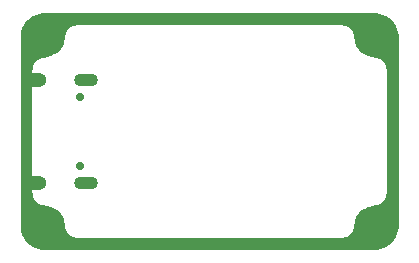
<source format=gbr>
%TF.GenerationSoftware,KiCad,Pcbnew,8.0.8*%
%TF.CreationDate,2025-04-16T19:26:52+02:00*%
%TF.ProjectId,PicoFlash,5069636f-466c-4617-9368-2e6b69636164,1.0*%
%TF.SameCoordinates,Original*%
%TF.FileFunction,Soldermask,Bot*%
%TF.FilePolarity,Negative*%
%FSLAX46Y46*%
G04 Gerber Fmt 4.6, Leading zero omitted, Abs format (unit mm)*
G04 Created by KiCad (PCBNEW 8.0.8) date 2025-04-16 19:26:52*
%MOMM*%
%LPD*%
G01*
G04 APERTURE LIST*
%ADD10C,1.000000*%
%ADD11C,1.750000*%
%ADD12C,0.700025*%
%ADD13O,2.000000X1.100000*%
%ADD14O,1.800000X1.200000*%
G04 APERTURE END LIST*
D10*
X31500000Y4750000D02*
G75*
G02*
X29999999Y3250000I-1500000J0D01*
G01*
X2000001Y3250000D02*
G75*
G02*
X500000Y4750000I-1J1500000D01*
G01*
X3250000Y17999999D02*
G75*
G02*
X4750000Y19500000I1500000J1D01*
G01*
X28750000Y2000001D02*
G75*
G02*
X27250000Y500000I-1500000J-1D01*
G01*
X27250000Y19500000D02*
G75*
G02*
X28750000Y17999999I0J-1500000D01*
G01*
X500000Y15250000D02*
G75*
G02*
X2000001Y16750000I1500000J0D01*
G01*
D11*
X30875000Y18000000D02*
G75*
G02*
X29125000Y18000000I-875000J0D01*
G01*
X29125000Y18000000D02*
G75*
G02*
X30875000Y18000000I875000J0D01*
G01*
X2875000Y18000000D02*
G75*
G02*
X1125000Y18000000I-875000J0D01*
G01*
X1125000Y18000000D02*
G75*
G02*
X2875000Y18000000I875000J0D01*
G01*
X2875000Y2000000D02*
G75*
G02*
X1125000Y2000000I-875000J0D01*
G01*
X1125000Y2000000D02*
G75*
G02*
X2875000Y2000000I875000J0D01*
G01*
D10*
X4750000Y500000D02*
G75*
G02*
X3250000Y2000001I0J1500000D01*
G01*
X29999999Y16750000D02*
G75*
G02*
X31500000Y15250000I1J-1500000D01*
G01*
D11*
X30875000Y2000000D02*
G75*
G02*
X29125000Y2000000I-875000J0D01*
G01*
X29125000Y2000000D02*
G75*
G02*
X30875000Y2000000I875000J0D01*
G01*
D12*
%TO.C,J10*%
X5004928Y12889891D03*
X5004928Y7109855D03*
D13*
X5525121Y14324994D03*
D14*
X1324968Y14324994D03*
D13*
X5525121Y5675006D03*
D14*
X1324968Y5675006D03*
%TD*%
G36*
X943039Y1230315D02*
G01*
X988794Y1177511D01*
X1000000Y1126000D01*
X1000000Y1000000D01*
X1652374Y1000000D01*
X1688139Y992897D01*
X1688641Y994549D01*
X1694471Y992780D01*
X1896828Y952529D01*
X1896831Y952528D01*
X2103169Y952528D01*
X2103171Y952529D01*
X2305528Y992780D01*
X2311359Y994549D01*
X2311860Y992897D01*
X2347626Y1000000D01*
X29652374Y1000000D01*
X29688139Y992897D01*
X29688641Y994549D01*
X29694471Y992780D01*
X29896828Y952529D01*
X29896831Y952528D01*
X30103169Y952528D01*
X30103171Y952529D01*
X30305528Y992780D01*
X30311359Y994549D01*
X30311860Y992897D01*
X30347626Y1000000D01*
X31000000Y1000000D01*
X31000000Y1126000D01*
X31019685Y1193039D01*
X31072489Y1238794D01*
X31124000Y1250000D01*
X31660429Y1250000D01*
X31727468Y1230315D01*
X31773223Y1177511D01*
X31783167Y1108353D01*
X31773224Y1074489D01*
X31761285Y1048346D01*
X31752805Y1032817D01*
X31607922Y807376D01*
X31597320Y793213D01*
X31421827Y590683D01*
X31409317Y578173D01*
X31206787Y402680D01*
X31192624Y392078D01*
X30967183Y247195D01*
X30951654Y238716D01*
X30707887Y127392D01*
X30691311Y121209D01*
X30434185Y45710D01*
X30416897Y41949D01*
X30150536Y3652D01*
X30135101Y2410D01*
X30001122Y20D01*
X29998910Y0D01*
X2001090Y0D01*
X1998878Y20D01*
X1864898Y2410D01*
X1849463Y3652D01*
X1583102Y41949D01*
X1565814Y45710D01*
X1308688Y121209D01*
X1292112Y127392D01*
X1048345Y238716D01*
X1032816Y247195D01*
X807375Y392078D01*
X793212Y402680D01*
X590682Y578173D01*
X578172Y590683D01*
X402679Y793213D01*
X392077Y807376D01*
X247194Y1032817D01*
X238713Y1048349D01*
X226775Y1074492D01*
X216834Y1143651D01*
X245861Y1207206D01*
X304640Y1244978D01*
X339571Y1250000D01*
X876000Y1250000D01*
X943039Y1230315D01*
G37*
G36*
X1207204Y19754141D02*
G01*
X1244978Y19695363D01*
X1250000Y19660430D01*
X1250000Y19124000D01*
X1230315Y19056961D01*
X1177511Y19011206D01*
X1126000Y19000000D01*
X1000000Y19000000D01*
X1000000Y18347626D01*
X992896Y18311861D01*
X994549Y18311359D01*
X992779Y18305529D01*
X952528Y18103172D01*
X952528Y17896829D01*
X992780Y17694471D01*
X994551Y17688633D01*
X992874Y17688125D01*
X1000000Y17652373D01*
X1000000Y2347626D01*
X992896Y2311861D01*
X994549Y2311359D01*
X992779Y2305529D01*
X952528Y2103172D01*
X952528Y1896829D01*
X992780Y1694471D01*
X994551Y1688633D01*
X992874Y1688125D01*
X1000000Y1652373D01*
X1000000Y1000000D01*
X1126000Y1000000D01*
X1193039Y980315D01*
X1238794Y927511D01*
X1250000Y876000D01*
X1250000Y339572D01*
X1230315Y272533D01*
X1177511Y226778D01*
X1108353Y216834D01*
X1074492Y226776D01*
X1048345Y238716D01*
X1032813Y247197D01*
X807375Y392078D01*
X793212Y402680D01*
X590682Y578173D01*
X578172Y590683D01*
X402679Y793213D01*
X392077Y807376D01*
X247194Y1032817D01*
X238715Y1048346D01*
X127391Y1292113D01*
X121208Y1308689D01*
X45709Y1565815D01*
X41948Y1583103D01*
X3651Y1849464D01*
X2409Y1864900D01*
X20Y1998879D01*
X0Y2001090D01*
X0Y17998911D01*
X20Y18001122D01*
X2409Y18135101D01*
X3651Y18150537D01*
X41948Y18416898D01*
X45709Y18434186D01*
X121208Y18691312D01*
X127391Y18707888D01*
X238715Y18951655D01*
X247194Y18967184D01*
X392077Y19192625D01*
X402679Y19206788D01*
X578172Y19409318D01*
X590682Y19421828D01*
X793212Y19597321D01*
X807375Y19607923D01*
X1032816Y19752806D01*
X1048347Y19761286D01*
X1074491Y19773225D01*
X1143649Y19783168D01*
X1207204Y19754141D01*
G37*
G36*
X30925511Y19773225D02*
G01*
X30951654Y19761286D01*
X30967183Y19752806D01*
X31192624Y19607923D01*
X31206787Y19597321D01*
X31409317Y19421828D01*
X31421827Y19409318D01*
X31597320Y19206788D01*
X31607922Y19192625D01*
X31752805Y18967184D01*
X31761284Y18951655D01*
X31872608Y18707888D01*
X31878791Y18691312D01*
X31954290Y18434186D01*
X31958051Y18416898D01*
X31996348Y18150537D01*
X31997590Y18135102D01*
X31999980Y18001123D01*
X32000000Y17998911D01*
X32000000Y2001090D01*
X31999980Y1998878D01*
X31997590Y1864899D01*
X31996348Y1849464D01*
X31958051Y1583103D01*
X31954290Y1565815D01*
X31878791Y1308689D01*
X31872608Y1292113D01*
X31761284Y1048346D01*
X31752805Y1032817D01*
X31607922Y807376D01*
X31597320Y793213D01*
X31421827Y590683D01*
X31409317Y578173D01*
X31206787Y402680D01*
X31192624Y392078D01*
X30967186Y247197D01*
X30951656Y238717D01*
X30925510Y226777D01*
X30856351Y216834D01*
X30792796Y245860D01*
X30755022Y304639D01*
X30750000Y339572D01*
X30750000Y876000D01*
X30769685Y943039D01*
X30822489Y988794D01*
X30874000Y1000000D01*
X31000000Y1000000D01*
X31000000Y1652373D01*
X31007125Y1688125D01*
X31005449Y1688633D01*
X31007219Y1694471D01*
X31047470Y1896824D01*
X31047471Y1896837D01*
X31049999Y2000000D01*
X31047471Y2103164D01*
X31047470Y2103177D01*
X31007220Y2305529D01*
X31005451Y2311359D01*
X31007103Y2311861D01*
X31000000Y2347626D01*
X31000000Y17652373D01*
X31007125Y17688125D01*
X31005449Y17688633D01*
X31007219Y17694471D01*
X31047470Y17896824D01*
X31047471Y17896837D01*
X31049999Y18000000D01*
X31047471Y18103164D01*
X31047470Y18103177D01*
X31007220Y18305529D01*
X31005451Y18311359D01*
X31007103Y18311861D01*
X31000000Y18347626D01*
X31000000Y19000000D01*
X30874000Y19000000D01*
X30806961Y19019685D01*
X30761206Y19072489D01*
X30750000Y19124000D01*
X30750000Y19660430D01*
X30769685Y19727469D01*
X30822489Y19773224D01*
X30891647Y19783168D01*
X30925511Y19773225D01*
G37*
G36*
X30001121Y19999980D02*
G01*
X30135100Y19997591D01*
X30150536Y19996349D01*
X30416897Y19958052D01*
X30434185Y19954291D01*
X30691311Y19878792D01*
X30707887Y19872609D01*
X30951654Y19761285D01*
X30967183Y19752806D01*
X31192624Y19607923D01*
X31206787Y19597321D01*
X31409317Y19421828D01*
X31421827Y19409318D01*
X31597320Y19206788D01*
X31607922Y19192625D01*
X31752805Y18967184D01*
X31761285Y18951653D01*
X31773224Y18925509D01*
X31783167Y18856351D01*
X31754140Y18792796D01*
X31695362Y18755022D01*
X31660429Y18750000D01*
X31124000Y18750000D01*
X31056961Y18769685D01*
X31011206Y18822489D01*
X31000000Y18874000D01*
X31000000Y19000000D01*
X30347626Y19000000D01*
X30311860Y19007104D01*
X30311359Y19005451D01*
X30305528Y19007221D01*
X30103170Y19047472D01*
X29896830Y19047472D01*
X29694471Y19007221D01*
X29688641Y19005451D01*
X29688139Y19007104D01*
X29652374Y19000000D01*
X2347626Y19000000D01*
X2311860Y19007104D01*
X2311359Y19005451D01*
X2305528Y19007221D01*
X2103170Y19047472D01*
X1896830Y19047472D01*
X1694471Y19007221D01*
X1688641Y19005451D01*
X1688139Y19007104D01*
X1652374Y19000000D01*
X1000000Y19000000D01*
X1000000Y18874000D01*
X980315Y18806961D01*
X927511Y18761206D01*
X876000Y18750000D01*
X339571Y18750000D01*
X272532Y18769685D01*
X226777Y18822489D01*
X216833Y18891647D01*
X226774Y18925506D01*
X238712Y18951650D01*
X247194Y18967184D01*
X392077Y19192625D01*
X402679Y19206788D01*
X578172Y19409318D01*
X590682Y19421828D01*
X793212Y19597321D01*
X807375Y19607923D01*
X1032816Y19752806D01*
X1048345Y19761285D01*
X1292112Y19872609D01*
X1308688Y19878792D01*
X1565814Y19954291D01*
X1583102Y19958052D01*
X1849463Y19996349D01*
X1864899Y19997591D01*
X1998879Y19999980D01*
X2001090Y20000000D01*
X29998910Y20000000D01*
X30001121Y19999980D01*
G37*
M02*

</source>
